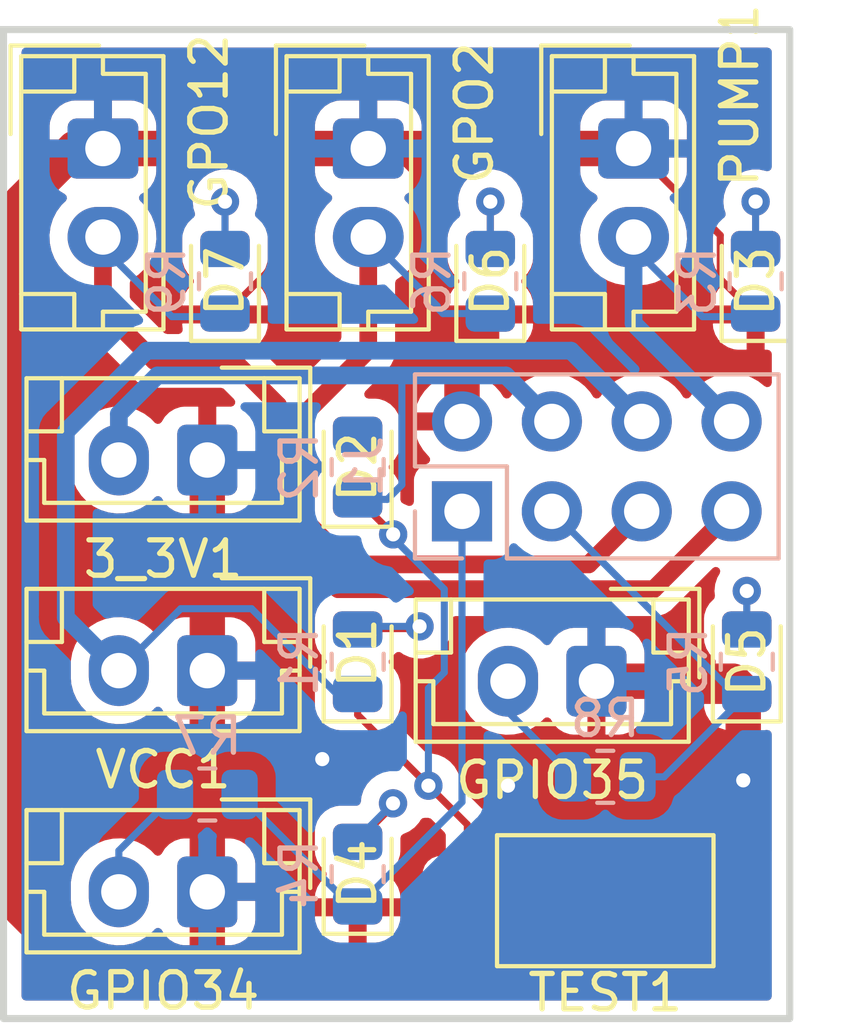
<source format=kicad_pcb>
(kicad_pcb (version 20211014) (generator pcbnew)
  (layers (0 "F.Cu" signal) (31 "B.Cu" signal) (34 "B.Paste" user) (35 "F.Paste" user) (36 "B.SilkS" user "B.Silkscreen") (37 "F.SilkS" user "F.Silkscreen") (38 "B.Mask" user) (39 "F.Mask" user) (44 "Edge.Cuts" user))
  (net 0 "")
  (net 1 "GND")
  (net 2 "3_3V")
  (net 3 "Net-(TEST1-Pad2)")
  (net 4 "Net-(D1-Pad2)")
  (net 5 "Net-(D2-Pad2)")
  (net 6 "Net-(D3-Pad2)")
  (net 7 "Net-(D4-Pad2)")
  (net 8 "Net-(D5-Pad2)")
  (net 9 "Net-(D6-Pad2)")
  (net 10 "Net-(D7-Pad2)")
  (net 11 "Net-(GPIO34-Pad2)")
  (net 12 "Net-(GPIO35-Pad2)")
  (net 13 "GPIO02")
  (net 14 "GPIO12")
  (net 15 "GPIO34")
  (net 16 "GPIO35")
  (net 17 "VCC")
  (net 18 "PUMP_PWR")
  (footprint "Connector_JST:JST_EH_B2B-EH-A_1x02_P2.50mm_Vertical" (layer "F.Cu") (at 81.55 75.75 -90)
    (fp_text reference "GPO12" (at -0.75 -3 90) (layer "F.SilkS"))
    (fp_text value "Conn_01x02_Female" hide)
    (fp_line (start 5.11 2.31) (end 5.11 -1.71) (layer "F.SilkS") (width 0.12))
    (fp_line (start 4.61 -1.21) (end 4.61 0) (layer "F.SilkS") (width 0.12))
    (fp_line (start -2.61 0.81) (end -1.61 0.81) (layer "F.SilkS") (width 0.12))
    (fp_line (start -2.11 0) (end -2.11 -1.21) (layer "F.SilkS") (width 0.12))
    (fp_line (start -2.91 0.11) (end -2.91 2.61) (layer "F.SilkS") (width 0.12))
    (fp_line (start -2.11 -1.21) (end 4.61 -1.21) (layer "F.SilkS") (width 0.12))
    (fp_line (start 5.11 -1.71) (end -2.61 -1.71) (layer "F.SilkS") (width 0.12))
    (fp_line (start -2.91 2.61) (end -0.41 2.61) (layer "F.SilkS") (width 0.12))
    (fp_line (start -2.61 2.31) (end 5.11 2.31) (layer "F.SilkS") (width 0.12))
    (fp_line (start 4.11 0.81) (end 4.11 2.31) (layer "F.SilkS") (width 0.12))
    (fp_line (start 4.61 0) (end 5.11 0) (layer "F.SilkS") (width 0.12))
    (fp_line (start -2.61 -1.71) (end -2.61 2.31) (layer "F.SilkS") (width 0.12))
    (fp_line (start -1.61 0.81) (end -1.61 2.31) (layer "F.SilkS") (width 0.12))
    (fp_line (start 5.11 0.81) (end 4.11 0.81) (layer "F.SilkS") (width 0.12))
    (fp_line (start -2.61 0) (end -2.11 0) (layer "F.SilkS") (width 0.12))
    (pad "1" thru_hole roundrect (at 0 0 270) (size 1.7 2) (drill 1) (layers *.Cu *.Mask) (roundrect_rratio 0.1470588235) (net 1 "GND"))
    (pad "2" thru_hole oval (at 2.5 0 270) (size 1.7 2) (drill 1) (layers *.Cu *.Mask) (net 14 "GPIO12"))
  )
  (footprint "LED_SMD:LED_0805_2012Metric" (layer "F.Cu") (at 85 79.5 90)
    (fp_text reference "D7" (at 0 0 90) (layer "F.SilkS"))
    (fp_text value "GPIO12" hide)
    (fp_line (start -1.685 -0.96) (end -1.685 0.96) (layer "F.SilkS") (width 0.12))
    (fp_line (start 1 -0.96) (end -1.685 -0.96) (layer "F.SilkS") (width 0.12))
    (fp_line (start -1.685 0.96) (end 1 0.96) (layer "F.SilkS") (width 0.12))
    (pad "1" smd roundrect (at -0.9375 0 90) (size 0.975 1.4) (layers "F.Cu" "F.Paste" "F.Mask") (net 1 "GND"))
    (pad "2" smd roundrect (at 0.9375 0 90) (size 0.975 1.4) (layers "F.Cu" "F.Paste" "F.Mask") (net 10 "Net-(D7-Pad2)"))
  )
  (footprint "LED_SMD:LED_0805_2012Metric" (layer "F.Cu") (at 100 79.5 90)
    (fp_text reference "D3" (at 0 0 90) (layer "F.SilkS"))
    (fp_text value "PUMP" hide)
    (fp_line (start -1.685 0.96) (end 1 0.96) (layer "F.SilkS") (width 0.12))
    (fp_line (start 1 -0.96) (end -1.685 -0.96) (layer "F.SilkS") (width 0.12))
    (fp_line (start -1.685 -0.96) (end -1.685 0.96) (layer "F.SilkS") (width 0.12))
    (pad "1" smd roundrect (at -0.9375 0 90) (size 0.975 1.4) (layers "F.Cu" "F.Paste" "F.Mask") (net 1 "GND"))
    (pad "2" smd roundrect (at 0.9375 0 90) (size 0.975 1.4) (layers "F.Cu" "F.Paste" "F.Mask") (net 6 "Net-(D3-Pad2)"))
  )
  (footprint "Connector_JST:JST_EH_B2B-EH-A_1x02_P2.50mm_Vertical" (layer "F.Cu") (at 95.5 90.8 180)
    (fp_text reference "GPIO35" (at 1.25 -2.8) (layer "F.SilkS"))
    (fp_text value "Conn_01x02_Female" hide)
    (fp_line (start -2.91 2.61) (end -0.41 2.61) (layer "F.SilkS") (width 0.12))
    (fp_line (start 5.11 -1.71) (end -2.61 -1.71) (layer "F.SilkS") (width 0.12))
    (fp_line (start -1.61 0.81) (end -1.61 2.31) (layer "F.SilkS") (width 0.12))
    (fp_line (start 5.11 2.31) (end 5.11 -1.71) (layer "F.SilkS") (width 0.12))
    (fp_line (start -2.11 -1.21) (end 4.61 -1.21) (layer "F.SilkS") (width 0.12))
    (fp_line (start -2.61 0) (end -2.11 0) (layer "F.SilkS") (width 0.12))
    (fp_line (start -2.61 2.31) (end 5.11 2.31) (layer "F.SilkS") (width 0.12))
    (fp_line (start 4.61 0) (end 5.11 0) (layer "F.SilkS") (width 0.12))
    (fp_line (start -2.11 0) (end -2.11 -1.21) (layer "F.SilkS") (width 0.12))
    (fp_line (start -2.91 0.11) (end -2.91 2.61) (layer "F.SilkS") (width 0.12))
    (fp_line (start 5.11 0.81) (end 4.11 0.81) (layer "F.SilkS") (width 0.12))
    (fp_line (start -2.61 0.81) (end -1.61 0.81) (layer "F.SilkS") (width 0.12))
    (fp_line (start 4.11 0.81) (end 4.11 2.31) (layer "F.SilkS") (width 0.12))
    (fp_line (start -2.61 -1.71) (end -2.61 2.31) (layer "F.SilkS") (width 0.12))
    (fp_line (start 4.61 -1.21) (end 4.61 0) (layer "F.SilkS") (width 0.12))
    (pad "1" thru_hole roundrect (at 0 0 180) (size 1.7 2) (drill 1) (layers *.Cu *.Mask) (roundrect_rratio 0.1470588235) (net 1 "GND"))
    (pad "2" thru_hole oval (at 2.5 0 180) (size 1.7 2) (drill 1) (layers *.Cu *.Mask) (net 12 "Net-(GPIO35-Pad2)"))
  )
  (footprint "Connector_JST:JST_EH_B2B-EH-A_1x02_P2.50mm_Vertical" (layer "F.Cu") (at 84.5 84.55 180)
    (fp_text reference "3_3V1" (at 1.25 -2.8) (layer "F.SilkS"))
    (fp_text value "Conn_01x02_Female" hide)
    (fp_line (start -2.91 2.61) (end -0.41 2.61) (layer "F.SilkS") (width 0.12))
    (fp_line (start -2.11 -1.21) (end 4.61 -1.21) (layer "F.SilkS") (width 0.12))
    (fp_line (start 4.61 0) (end 5.11 0) (layer "F.SilkS") (width 0.12))
    (fp_line (start 5.11 2.31) (end 5.11 -1.71) (layer "F.SilkS") (width 0.12))
    (fp_line (start -2.61 2.31) (end 5.11 2.31) (layer "F.SilkS") (width 0.12))
    (fp_line (start -2.61 0.81) (end -1.61 0.81) (layer "F.SilkS") (width 0.12))
    (fp_line (start -2.11 0) (end -2.11 -1.21) (layer "F.SilkS") (width 0.12))
    (fp_line (start -2.61 0) (end -2.11 0) (layer "F.SilkS") (width 0.12))
    (fp_line (start 5.11 -1.71) (end -2.61 -1.71) (layer "F.SilkS") (width 0.12))
    (fp_line (start -1.61 0.81) (end -1.61 2.31) (layer "F.SilkS") (width 0.12))
    (fp_line (start -2.61 -1.71) (end -2.61 2.31) (layer "F.SilkS") (width 0.12))
    (fp_line (start 5.11 0.81) (end 4.11 0.81) (layer "F.SilkS") (width 0.12))
    (fp_line (start 4.61 -1.21) (end 4.61 0) (layer "F.SilkS") (width 0.12))
    (fp_line (start -2.91 0.11) (end -2.91 2.61) (layer "F.SilkS") (width 0.12))
    (fp_line (start 4.11 0.81) (end 4.11 2.31) (layer "F.SilkS") (width 0.12))
    (pad "1" thru_hole roundrect (at 0 0 180) (size 1.7 2) (drill 1) (layers *.Cu *.Mask) (roundrect_rratio 0.1470588235) (net 1 "GND"))
    (pad "2" thru_hole oval (at 2.5 0 180) (size 1.7 2) (drill 1) (layers *.Cu *.Mask) (net 2 "3_3V"))
  )
  (footprint "LED_SMD:LED_0805_2012Metric" (layer "F.Cu") (at 92.5 79.5 90)
    (fp_text reference "D6" (at 0 0 90) (layer "F.SilkS"))
    (fp_text value "GPIO02")
    (fp_line (start 1 -0.96) (end -1.685 -0.96) (layer "F.SilkS") (width 0.12))
    (fp_line (start -1.685 0.96) (end 1 0.96) (layer "F.SilkS") (width 0.12))
    (fp_line (start -1.685 -0.96) (end -1.685 0.96) (layer "F.SilkS") (width 0.12))
    (pad "1" smd roundrect (at -0.9375 0 90) (size 0.975 1.4) (layers "F.Cu" "F.Paste" "F.Mask") (net 1 "GND"))
    (pad "2" smd roundrect (at 0.9375 0 90) (size 0.975 1.4) (layers "F.Cu" "F.Paste" "F.Mask") (net 9 "Net-(D6-Pad2)"))
  )
  (footprint "LED_SMD:LED_0805_2012Metric" (layer "F.Cu") (at 99.75 90.25 90)
    (fp_text reference "D5" (at 0 0 90) (layer "F.SilkS"))
    (fp_text value "GPIO35" hide)
    (fp_line (start -1.685 -0.96) (end -1.685 0.96) (layer "F.SilkS") (width 0.12))
    (fp_line (start 1 -0.96) (end -1.685 -0.96) (layer "F.SilkS") (width 0.12))
    (fp_line (start -1.685 0.96) (end 1 0.96) (layer "F.SilkS") (width 0.12))
    (pad "1" smd roundrect (at -0.9375 0 90) (size 0.975 1.4) (layers "F.Cu" "F.Paste" "F.Mask") (net 1 "GND"))
    (pad "2" smd roundrect (at 0.9375 0 90) (size 0.975 1.4) (layers "F.Cu" "F.Paste" "F.Mask") (net 8 "Net-(D5-Pad2)"))
  )
  (footprint "Connector_JST:JST_EH_B2B-EH-A_1x02_P2.50mm_Vertical" (layer "F.Cu") (at 96.55 75.75 -90)
    (fp_text reference "PUMP1" (at -1.5 -3 90) (layer "F.SilkS"))
    (fp_text value "Conn_01x02_Female" hide)
    (fp_line (start -2.61 0) (end -2.11 0) (layer "F.SilkS") (width 0.12))
    (fp_line (start 4.61 -1.21) (end 4.61 0) (layer "F.SilkS") (width 0.12))
    (fp_line (start -1.61 0.81) (end -1.61 2.31) (layer "F.SilkS") (width 0.12))
    (fp_line (start -2.11 -1.21) (end 4.61 -1.21) (layer "F.SilkS") (width 0.12))
    (fp_line (start 5.11 -1.71) (end -2.61 -1.71) (layer "F.SilkS") (width 0.12))
    (fp_line (start 4.61 0) (end 5.11 0) (layer "F.SilkS") (width 0.12))
    (fp_line (start -2.91 0.11) (end -2.91 2.61) (layer "F.SilkS") (width 0.12))
    (fp_line (start -2.61 -1.71) (end -2.61 2.31) (layer "F.SilkS") (width 0.12))
    (fp_line (start -2.91 2.61) (end -0.41 2.61) (layer "F.SilkS") (width 0.12))
    (fp_line (start -2.61 0.81) (end -1.61 0.81) (layer "F.SilkS") (width 0.12))
    (fp_line (start -2.61 2.31) (end 5.11 2.31) (layer "F.SilkS") (width 0.12))
    (fp_line (start 4.11 0.81) (end 4.11 2.31) (layer "F.SilkS") (width 0.12))
    (fp_line (start 5.11 2.31) (end 5.11 -1.71) (layer "F.SilkS") (width 0.12))
    (fp_line (start 5.11 0.81) (end 4.11 0.81) (layer "F.SilkS") (width 0.12))
    (fp_line (start -2.11 0) (end -2.11 -1.21) (layer "F.SilkS") (width 0.12))
    (pad "1" thru_hole roundrect (at 0 0 270) (size 1.7 2) (drill 1) (layers *.Cu *.Mask) (roundrect_rratio 0.1470588235) (net 1 "GND"))
    (pad "2" thru_hole oval (at 2.5 0 270) (size 1.7 2) (drill 1) (layers *.Cu *.Mask) (net 18 "PUMP_PWR"))
  )
  (footprint "Connector_JST:JST_EH_B2B-EH-A_1x02_P2.50mm_Vertical" (layer "F.Cu") (at 89.05 75.75 -90)
    (fp_text reference "GPO2" (at -1 -3 90) (layer "F.SilkS"))
    (fp_text value "Conn_01x02_Female" hide)
    (fp_line (start -2.11 0) (end -2.11 -1.21) (layer "F.SilkS") (width 0.12))
    (fp_line (start -1.61 0.81) (end -1.61 2.31) (layer "F.SilkS") (width 0.12))
    (fp_line (start 5.11 2.31) (end 5.11 -1.71) (layer "F.SilkS") (width 0.12))
    (fp_line (start 4.61 0) (end 5.11 0) (layer "F.SilkS") (width 0.12))
    (fp_line (start -2.61 0) (end -2.11 0) (layer "F.SilkS") (width 0.12))
    (fp_line (start 5.11 0.81) (end 4.11 0.81) (layer "F.SilkS") (width 0.12))
    (fp_line (start -2.11 -1.21) (end 4.61 -1.21) (layer "F.SilkS") (width 0.12))
    (fp_line (start 5.11 -1.71) (end -2.61 -1.71) (layer "F.SilkS") (width 0.12))
    (fp_line (start -2.61 2.31) (end 5.11 2.31) (layer "F.SilkS") (width 0.12))
    (fp_line (start 4.61 -1.21) (end 4.61 0) (layer "F.SilkS") (width 0.12))
    (fp_line (start -2.91 2.61) (end -0.41 2.61) (layer "F.SilkS") (width 0.12))
    (fp_line (start -2.61 0.81) (end -1.61 0.81) (layer "F.SilkS") (width 0.12))
    (fp_line (start -2.61 -1.71) (end -2.61 2.31) (layer "F.SilkS") (width 0.12))
    (fp_line (start -2.91 0.11) (end -2.91 2.61) (layer "F.SilkS") (width 0.12))
    (fp_line (start 4.11 0.81) (end 4.11 2.31) (layer "F.SilkS") (width 0.12))
    (pad "1" thru_hole roundrect (at 0 0 270) (size 1.7 2) (drill 1) (layers *.Cu *.Mask) (roundrect_rratio 0.1470588235) (net 1 "GND"))
    (pad "2" thru_hole oval (at 2.5 0 270) (size 1.7 2) (drill 1) (layers *.Cu *.Mask) (net 13 "GPIO02"))
  )
  (footprint "LED_SMD:LED_0805_2012Metric" (layer "F.Cu") (at 88.75 90.25 90)
    (fp_text reference "D1" (at 0.25 0 90) (layer "F.SilkS"))
    (fp_text value "VCC" hide)
    (fp_line (start 1 -0.96) (end -1.685 -0.96) (layer "F.SilkS") (width 0.12))
    (fp_line (start -1.685 0.96) (end 1 0.96) (layer "F.SilkS") (width 0.12))
    (fp_line (start -1.685 -0.96) (end -1.685 0.96) (layer "F.SilkS") (width 0.12))
    (pad "1" smd roundrect (at -0.9375 0 90) (size 0.975 1.4) (layers "F.Cu" "F.Paste" "F.Mask") (net 3 "Net-(TEST1-Pad2)"))
    (pad "2" smd roundrect (at 0.9375 0 90) (size 0.975 1.4) (layers "F.Cu" "F.Paste" "F.Mask") (net 4 "Net-(D1-Pad2)"))
  )
  (footprint "LED_SMD:LED_0805_2012Metric" (layer "F.Cu") (at 88.75 96.25 90)
    (fp_text reference "D4" (at 0 0 90) (layer "F.SilkS"))
    (fp_text value "GPIO34" hide)
    (fp_line (start -1.685 -0.96) (end -1.685 0.96) (layer "F.SilkS") (width 0.12))
    (fp_line (start 1 -0.96) (end -1.685 -0.96) (layer "F.SilkS") (width 0.12))
    (fp_line (start -1.685 0.96) (end 1 0.96) (layer "F.SilkS") (width 0.12))
    (pad "1" smd roundrect (at -0.9375 0 90) (size 0.975 1.4) (layers "F.Cu" "F.Paste" "F.Mask") (net 1 "GND"))
    (pad "2" smd roundrect (at 0.9375 0 90) (size 0.975 1.4) (layers "F.Cu" "F.Paste" "F.Mask") (net 7 "Net-(D4-Pad2)"))
  )
  (footprint "Button_Switch_SMD:SW_SPST_CK_RS282G05A3" (layer "F.Cu") (at 95.75 97 180)
    (fp_text reference "TEST1" (at 0 -2.6) (layer "F.SilkS"))
    (fp_text value "SW_Push" hide)
    (fp_line (start 3.06 -1.85) (end 3.06 1.85) (layer "F.SilkS") (width 0.12))
    (fp_line (start -3.06 -1.85) (end 3.06 -1.85) (layer "F.SilkS") (width 0.12))
    (fp_line (start -3.06 1.85) (end -3.06 -1.85) (layer "F.SilkS") (width 0.12))
    (fp_line (start 3.06 1.85) (end -3.06 1.85) (layer "F.SilkS") (width 0.12))
    (pad "1" smd rect (at -3.9 0 180) (size 1.5 1.5) (layers "F.Cu" "F.Paste" "F.Mask") (net 1 "GND"))
    (pad "2" smd rect (at 3.9 0 180) (size 1.5 1.5) (layers "F.Cu" "F.Paste" "F.Mask") (net 3 "Net-(TEST1-Pad2)"))
  )
  (footprint "LED_SMD:LED_0805_2012Metric" (layer "F.Cu") (at 88.75 84.75 90)
    (fp_text reference "D2" (at 0 0 90) (layer "F.SilkS"))
    (fp_text value "3_3V" hide)
    (fp_line (start -1.685 -0.96) (end -1.685 0.96) (layer "F.SilkS") (width 0.12))
    (fp_line (start 1 -0.96) (end -1.685 -0.96) (layer "F.SilkS") (width 0.12))
    (fp_line (start -1.685 0.96) (end 1 0.96) (layer "F.SilkS") (width 0.12))
    (pad "1" smd roundrect (at -0.9375 0 90) (size 0.975 1.4) (layers "F.Cu" "F.Paste" "F.Mask") (net 3 "Net-(TEST1-Pad2)"))
    (pad "2" smd roundrect (at 0.9375 0 90) (size 0.975 1.4) (layers "F.Cu" "F.Paste" "F.Mask") (net 5 "Net-(D2-Pad2)"))
  )
  (footprint "Connector_JST:JST_EH_B2B-EH-A_1x02_P2.50mm_Vertical" (layer "F.Cu") (at 84.5 96.75 180)
    (fp_text reference "GPIO34" (at 1.25 -2.8) (layer "F.SilkS"))
    (fp_text value "Conn_01x02_Female" hide)
    (fp_line (start -2.91 0.11) (end -2.91 2.61) (layer "F.SilkS") (width 0.12))
    (fp_line (start -2.61 0) (end -2.11 0) (layer "F.SilkS") (width 0.12))
    (fp_line (start 4.61 0) (end 5.11 0) (layer "F.SilkS") (width 0.12))
    (fp_line (start -2.11 -1.21) (end 4.61 -1.21) (layer "F.SilkS") (width 0.12))
    (fp_line (start -2.61 -1.71) (end -2.61 2.31) (layer "F.SilkS") (width 0.12))
    (fp_line (start 4.61 -1.21) (end 4.61 0) (layer "F.SilkS") (width 0.12))
    (fp_line (start 5.11 2.31) (end 5.11 -1.71) (layer "F.SilkS") (width 0.12))
    (fp_line (start 4.11 0.81) (end 4.11 2.31) (layer "F.SilkS") (width 0.12))
    (fp_line (start 5.11 -1.71) (end -2.61 -1.71) (layer "F.SilkS") (width 0.12))
    (fp_line (start -2.61 2.31) (end 5.11 2.31) (layer "F.SilkS") (width 0.12))
    (fp_line (start -2.91 2.61) (end -0.41 2.61) (layer "F.SilkS") (width 0.12))
    (fp_line (start 5.11 0.81) (end 4.11 0.81) (layer "F.SilkS") (width 0.12))
    (fp_line (start -2.61 0.81) (end -1.61 0.81) (layer "F.SilkS") (width 0.12))
    (fp_line (start -1.61 0.81) (end -1.61 2.31) (layer "F.SilkS") (width 0.12))
    (fp_line (start -2.11 0) (end -2.11 -1.21) (layer "F.SilkS") (width 0.12))
    (pad "1" thru_hole roundrect (at 0 0 180) (size 1.7 2) (drill 1) (layers *.Cu *.Mask) (roundrect_rratio 0.1470588235) (net 1 "GND"))
    (pad "2" thru_hole oval (at 2.5 0 180) (size 1.7 2) (drill 1) (layers *.Cu *.Mask) (net 11 "Net-(GPIO34-Pad2)"))
  )
  (footprint "Connector_JST:JST_EH_B2B-EH-A_1x02_P2.50mm_Vertical" (layer "F.Cu") (at 84.5 90.5 180)
    (fp_text reference "VCC1" (at 1.25 -2.8) (layer "F.SilkS"))
    (fp_text value "Conn_01x02_Female" hide)
    (fp_line (start -1.61 0.81) (end -1.61 2.31) (layer "F.SilkS") (width 0.12))
    (fp_line (start -2.91 2.61) (end -0.41 2.61) (layer "F.SilkS") (width 0.12))
    (fp_line (start 5.11 0.81) (end 4.11 0.81) (layer "F.SilkS") (width 0.12))
    (fp_line (start -2.11 -1.21) (end 4.61 -1.21) (layer "F.SilkS") (width 0.12))
    (fp_line (start -2.61 0.81) (end -1.61 0.81) (layer "F.SilkS") (width 0.12))
    (fp_line (start 4.61 -1.21) (end 4.61 0) (layer "F.SilkS") (width 0.12))
    (fp_line (start 4.61 0) (end 5.11 0) (layer "F.SilkS") (width 0.12))
    (fp_line (start 5.11 2.31) (end 5.11 -1.71) (layer "F.SilkS") (width 0.12))
    (fp_line (start -2.61 2.31) (end 5.11 2.31) (layer "F.SilkS") (width 0.12))
    (fp_line (start 4.11 0.81) (end 4.11 2.31) (layer "F.SilkS") (width 0.12))
    (fp_line (start -2.91 0.11) (end -2.91 2.61) (layer "F.SilkS") (width 0.12))
    (fp_line (start -2.61 -1.71) (end -2.61 2.31) (layer "F.SilkS") (width 0.12))
    (fp_line (start -2.61 0) (end -2.11 0) (layer "F.SilkS") (width 0.12))
    (fp_line (start 5.11 -1.71) (end -2.61 -1.71) (layer "F.SilkS") (width 0.12))
    (fp_line (start -2.11 0) (end -2.11 -1.21) (layer "F.SilkS") (width 0.12))
    (pad "1" thru_hole roundrect (at 0 0 180) (size 1.7 2) (drill 1) (layers *.Cu *.Mask) (roundrect_rratio 0.1470588235) (net 1 "GND"))
    (pad "2" thru_hole oval (at 2.5 0 180) (size 1.7 2) (drill 1) (layers *.Cu *.Mask) (net 17 "VCC"))
  )
  (footprint "Resistor_SMD:R_0805_2012Metric" (layer "B.Cu") (at 95.75 93.5 180)
    (fp_text reference "R8" (at 0 1.65) (layer "B.SilkS") (effects (justify mirror)))
    (fp_text value "1k")
    (fp_line (start -0.227064 -0.735) (end 0.227064 -0.735) (layer "B.SilkS") (width 0.12))
    (fp_line (start -0.227064 0.735) (end 0.227064 0.735) (layer "B.SilkS") (width 0.12))
    (pad "1" smd roundrect (at -0.9125 0 180) (size 1.025 1.4) (layers "B.Cu" "B.Paste" "B.Mask") (roundrect_rratio 0.243902439) (net 16 "GPIO35"))
    (pad "2" smd roundrect (at 0.9125 0 180) (size 1.025 1.4) (layers "B.Cu" "B.Paste" "B.Mask") (roundrect_rratio 0.243902439) (net 12 "Net-(GPIO35-Pad2)"))
  )
  (footprint "Connector_PinSocket_2.54mm:PinSocket_2x04_P2.54mm_Vertical" (layer "B.Cu") (at 91.7 86 -90)
    (fp_text reference "J1" (at -1.27 2.77 90) (layer "B.SilkS") (effects (justify mirror)))
    (fp_text value "Conn_02x04_Counter_Clockwise")
    (fp_line (start 1.33 1.33) (end 1.33 0) (layer "B.SilkS") (width 0.12))
    (fp_line (start -3.87 1.33) (end -1.27 1.33) (layer "B.SilkS") (width 0.12))
    (fp_line (start -3.87 -8.95) (end 1.33 -8.95) (layer "B.SilkS") (width 0.12))
    (fp_line (start -1.27 1.33) (end -1.27 -1.27) (layer "B.SilkS") (width 0.12))
    (fp_line (start 0 1.33) (end 1.33 1.33) (layer "B.SilkS") (width 0.12))
    (fp_line (start 1.33 -1.27) (end 1.33 -8.95) (layer "B.SilkS") (width 0.12))
    (fp_line (start -1.27 -1.27) (end 1.33 -1.27) (layer "B.SilkS") (width 0.12))
    (fp_line (start -3.87 1.33) (end -3.87 -8.95) (layer "B.SilkS") (width 0.12))
    (pad "1" thru_hole rect (at 0 0 270) (size 1.7 1.7) (drill 1) (layers *.Cu *.Mask) (net 15 "GPIO34"))
    (pad "2" thru_hole oval (at -2.54 0 270) (size 1.7 1.7) (drill 1) (layers *.Cu *.Mask) (net 1 "GND"))
    (pad "3" thru_hole oval (at 0 -2.54 270) (size 1.7 1.7) (drill 1) (layers *.Cu *.Mask) (net 16 "GPIO35"))
    (pad "4" thru_hole oval (at -2.54 -2.54 270) (size 1.7 1.7) (drill 1) (layers *.Cu *.Mask) (net 2 "3_3V"))
    (pad "5" thru_hole oval (at 0 -5.08 270) (size 1.7 1.7) (drill 1) (layers *.Cu *.Mask) (net 13 "GPIO02"))
    (pad "6" thru_hole oval (at -2.54 -5.08 270) (size 1.7 1.7) (drill 1) (layers *.Cu *.Mask) (net 17 "VCC"))
    (pad "7" thru_hole oval (at 0 -7.62 270) (size 1.7 1.7) (drill 1) (layers *.Cu *.Mask) (net 14 "GPIO12"))
    (pad "8" thru_hole oval (at -2.54 -7.62 270) (size 1.7 1.7) (drill 1) (layers *.Cu *.Mask) (net 18 "PUMP_PWR"))
  )
  (footprint "Resistor_SMD:R_0805_2012Metric" (layer "B.Cu") (at 88.75 96.25 -90)
    (fp_text reference "R4" (at 0 1.65 90) (layer "B.SilkS") (effects (justify mirror)))
    (fp_text value "1k")
    (fp_line (start -0.227064 -0.735) (end 0.227064 -0.735) (layer "B.SilkS") (width 0.12))
    (fp_line (start -0.227064 0.735) (end 0.227064 0.735) (layer "B.SilkS") (width 0.12))
    (pad "1" smd roundrect (at -0.9125 0 270) (size 1.025 1.4) (layers "B.Cu" "B.Paste" "B.Mask") (roundrect_rratio 0.243902439) (net 7 "Net-(D4-Pad2)"))
    (pad "2" smd roundrect (at 0.9125 0 270) (size 1.025 1.4) (layers "B.Cu" "B.Paste" "B.Mask") (roundrect_rratio 0.243902439) (net 15 "GPIO34"))
  )
  (footprint "Resistor_SMD:R_0805_2012Metric" (layer "B.Cu") (at 85 79.5 -90)
    (fp_text reference "R9" (at 0 1.65 90) (layer "B.SilkS") (effects (justify mirror)))
    (fp_text value "1k")
    (fp_line (start -0.227064 -0.735) (end 0.227064 -0.735) (layer "B.SilkS") (width 0.12))
    (fp_line (start -0.227064 0.735) (end 0.227064 0.735) (layer "B.SilkS") (width 0.12))
    (pad "1" smd roundrect (at -0.9125 0 270) (size 1.025 1.4) (layers "B.Cu" "B.Paste" "B.Mask") (roundrect_rratio 0.243902439) (net 10 "Net-(D7-Pad2)"))
    (pad "2" smd roundrect (at 0.9125 0 270) (size 1.025 1.4) (layers "B.Cu" "B.Paste" "B.Mask") (roundrect_rratio 0.243902439) (net 14 "GPIO12"))
  )
  (footprint "Resistor_SMD:R_0805_2012Metric" (layer "B.Cu") (at 84.5 94 180)
    (fp_text reference "R7" (at 0 1.65) (layer "B.SilkS") (effects (justify mirror)))
    (fp_text value "1k")
    (fp_line (start -0.227064 -0.735) (end 0.227064 -0.735) (layer "B.SilkS") (width 0.12))
    (fp_line (start -0.227064 0.735) (end 0.227064 0.735) (layer "B.SilkS") (width 0.12))
    (pad "1" smd roundrect (at -0.9125 0 180) (size 1.025 1.4) (layers "B.Cu" "B.Paste" "B.Mask") (roundrect_rratio 0.243902439) (net 15 "GPIO34"))
    (pad "2" smd roundrect (at 0.9125 0 180) (size 1.025 1.4) (layers "B.Cu" "B.Paste" "B.Mask") (roundrect_rratio 0.243902439) (net 11 "Net-(GPIO34-Pad2)"))
  )
  (footprint "Resistor_SMD:R_0805_2012Metric" (layer "B.Cu") (at 100 79.5 -90)
    (fp_text reference "R3" (at 0 1.65 90) (layer "B.SilkS") (effects (justify mirror)))
    (fp_text value "1k")
    (fp_line (start -0.227064 -0.735) (end 0.227064 -0.735) (layer "B.SilkS") (width 0.12))
    (fp_line (start -0.227064 0.735) (end 0.227064 0.735) (layer "B.SilkS") (width 0.12))
    (pad "1" smd roundrect (at -0.9125 0 270) (size 1.025 1.4) (layers "B.Cu" "B.Paste" "B.Mask") (roundrect_rratio 0.243902439) (net 6 "Net-(D3-Pad2)"))
    (pad "2" smd roundrect (at 0.9125 0 270) (size 1.025 1.4) (layers "B.Cu" "B.Paste" "B.Mask") (roundrect_rratio 0.243902439) (net 18 "PUMP_PWR"))
  )
  (footprint "Resistor_SMD:R_0805_2012Metric" (layer "B.Cu") (at 88.75 84.75 -90)
    (fp_text reference "R2" (at 0 1.65 90) (layer "B.SilkS") (effects (justify mirror)))
    (fp_text value "1k")
    (fp_line (start -0.227064 -0.735) (end 0.227064 -0.735) (layer "B.SilkS") (width 0.12))
    (fp_line (start -0.227064 0.735) (end 0.227064 0.735) (layer "B.SilkS") (width 0.12))
    (pad "1" smd roundrect (at -0.9125 0 270) (size 1.025 1.4) (layers "B.Cu" "B.Paste" "B.Mask") (roundrect_rratio 0.243902439) (net 5 "Net-(D2-Pad2)"))
    (pad "2" smd roundrect (at 0.9125 0 270) (size 1.025 1.4) (layers "B.Cu" "B.Paste" "B.Mask") (roundrect_rratio 0.243902439) (net 2 "3_3V"))
  )
  (footprint "Resistor_SMD:R_0805_2012Metric" (layer "B.Cu") (at 88.75 90.25 -90)
    (fp_text reference "R1" (at 0 1.65 90) (layer "B.SilkS") (effects (justify mirror)))
    (fp_text value "1k")
    (fp_line (start -0.227064 -0.735) (end 0.227064 -0.735) (layer "B.SilkS") (width 0.12))
    (fp_line (start -0.227064 0.735) (end 0.227064 0.735) (layer "B.SilkS") (width 0.12))
    (pad "1" smd roundrect (at -0.9125 0 270) (size 1.025 1.4) (layers "B.Cu" "B.Paste" "B.Mask") (roundrect_rratio 0.243902439) (net 4 "Net-(D1-Pad2)"))
    (pad "2" smd roundrect (at 0.9125 0 270) (size 1.025 1.4) (layers "B.Cu" "B.Paste" "B.Mask") (roundrect_rratio 0.243902439) (net 17 "VCC"))
  )
  (footprint "Resistor_SMD:R_0805_2012Metric" (layer "B.Cu") (at 92.5 79.5 -90)
    (fp_text reference "R6" (at 0 1.65 90) (layer "B.SilkS") (effects (justify mirror)))
    (fp_text value "1k")
    (fp_line (start -0.227064 0.735) (end 0.227064 0.735) (layer "B.SilkS") (width 0.12))
    (fp_line (start -0.227064 -0.735) (end 0.227064 -0.735) (layer "B.SilkS") (width 0.12))
    (pad "1" smd roundrect (at -0.9125 0 270) (size 1.025 1.4) (layers "B.Cu" "B.Paste" "B.Mask") (roundrect_rratio 0.243902439) (net 9 "Net-(D6-Pad2)"))
    (pad "2" smd roundrect (at 0.9125 0 270) (size 1.025 1.4) (layers "B.Cu" "B.Paste" "B.Mask") (roundrect_rratio 0.243902439) (net 13 "GPIO02"))
  )
  (footprint "Resistor_SMD:R_0805_2012Metric" (layer "B.Cu") (at 99.75 90.25 -90)
    (fp_text reference "R5" (at 0 1.65 90) (layer "B.SilkS") (effects (justify mirror)))
    (fp_text value "1k")
    (fp_line (start -0.227064 -0.735) (end 0.227064 -0.735) (layer "B.SilkS") (width 0.12))
    (fp_line (start -0.227064 0.735) (end 0.227064 0.735) (layer "B.SilkS") (width 0.12))
    (pad "1" smd roundrect (at -0.9125 0 270) (size 1.025 1.4) (layers "B.Cu" "B.Paste" "B.Mask") (roundrect_rratio 0.243902439) (net 8 "Net-(D5-Pad2)"))
    (pad "2" smd roundrect (at 0.9125 0 270) (size 1.025 1.4) (layers "B.Cu" "B.Paste" "B.Mask") (roundrect_rratio 0.243902439) (net 16 "GPIO35"))
  )
  (gr_rect (start 78.74 72.39) (end 100.965 100.33) (layer "Edge.Cuts") (width 0.2) (fill none))
  (segment (start 99.65 97.6) (end 99.65 97) (width 1) (layer "F.Cu") (net 1))
  (segment (start 99.00048 78.20048) (end 99.00048 79.43798) (width 0.2) (layer "F.Cu") (net 1))
  (segment (start 99.65 91.2875) (end 99.75 91.1875) (width 1) (layer "F.Cu") (net 1))
  (segment (start 87 75.75) (end 90.25 75.75) (width 1) (layer "F.Cu") (net 1))
  (segment (start 81.55 75.75) (end 80.75 75.75) (width 1) (layer "F.Cu") (net 1))
  (segment (start 88.75 99.25) (end 98 99.25) (width 1) (layer "F.Cu") (net 1))
  (segment (start 90.74952 76.24952) (end 90.74952 80.28702) (width 1) (layer "F.Cu") (net 1))
  (segment (start 90.25 75.75) (end 96.55 75.75) (width 1) (layer "F.Cu") (net 1))
  (segment (start 88.75 97.4375) (end 88.75 99.25) (width 0.2) (layer "F.Cu") (net 1))
  (segment (start 85 80.4375) (end 87 78.4375) (width 0.2) (layer "F.Cu") (net 1))
  (segment (start 84.5 85) (end 84.5 99.25) (width 1) (layer "F.Cu") (net 1))
  (segment (start 98 99.25) (end 99.65 97.6) (width 1) (layer "F.Cu") (net 1))
  (segment (start 79.25 97.25) (end 81.25 99.25) (width 1) (layer "F.Cu") (net 1))
  (segment (start 81.25 99.25) (end 84.5 99.25) (width 1) (layer "F.Cu") (net 1))
  (segment (start 95.5 90.8) (end 99.3625 90.8) (width 1) (layer "F.Cu") (net 1))
  (segment (start 87 78.4375) (end 87 75.75) (width 0.2) (layer "F.Cu") (net 1))
  (segment (start 91.7 81.2375) (end 92.5 80.4375) (width 1) (layer "F.Cu") (net 1))
  (segment (start 99.3625 90.8) (end 99.75 91.1875) (width 1) (layer "F.Cu") (net 1))
  (segment (start 96.55 75.75) (end 99.00048 78.20048) (width 0.2) (layer "F.Cu") (net 1))
  (segment (start 81.75 75.75) (end 87 75.75) (width 1) (layer "F.Cu") (net 1))
  (segment (start 80.75 75.75) (end 79.25 77.25) (width 1) (layer "F.Cu") (net 1))
  (segment (start 99.00048 79.43798) (end 100 80.4375) (width 0.2) (layer "F.Cu") (net 1))
  (segment (start 90.25 75.75) (end 90.74952 76.24952) (width 1) (layer "F.Cu") (net 1))
  (segment (start 99.65 97) (end 99.65 93.6) (width 1) (layer "F.Cu") (net 1))
  (segment (start 79.25 77.25) (end 79.25 97.25) (width 1) (layer "F.Cu") (net 1))
  (segment (start 84.5 99.25) (end 88.75 99.25) (width 1) (layer "F.Cu") (net 1))
  (segment (start 91.7 83.46) (end 91.7 81.2375) (width 1) (layer "F.Cu") (net 1))
  (segment (start 99.65 93.6) (end 99.65 91.2875) (width 1) (layer "F.Cu") (net 1))
  (segment (start 90.74952 80.28702) (end 91.7 81.2375) (width 1) (layer "F.Cu") (net 1))
  (via (at 93 93.75) (size 0.8) (drill 0.4) (layers "F.Cu" "B.Cu") (net 1))
  (via (at 99.65 93.6) (size 0.8) (drill 0.4) (layers "F.Cu" "B.Cu") (net 1))
  (via (at 87.75 93) (size 0.8) (drill 0.4) (layers "F.Cu" "B.Cu") (net 1))
  (segment (start 90 82.25) (end 89.910489 82.160489) (width 0.2) (layer "B.Cu") (net 2))
  (segment (start 82 83.25) (end 82 84.55) (width 0.5) (layer "B.Cu") (net 2))
  (segment (start 90 85.25) (end 90 82.25) (width 0.2) (layer "B.Cu") (net 2))
  (segment (start 94.24 83.46) (end 92.940489 82.160489) (width 0.5) (layer "B.Cu") (net 2))
  (segment (start 89.910489 82.160489) (end 83.089511 82.160489) (width 0.5) (layer "B.Cu") (net 2))
  (segment (start 92.940489 82.160489) (end 89.910489 82.160489) (width 0.5) (layer "B.Cu") (net 2))
  (segment (start 88.75 85.6625) (end 89.5875 85.6625) (width 0.2) (layer "B.Cu") (net 2))
  (segment (start 89.5875 85.6625) (end 90 85.25) (width 0.2) (layer "B.Cu") (net 2))
  (segment (start 83.089511 82.160489) (end 82 83.25) (width 0.5) (layer "B.Cu") (net 2))
  (segment (start 88.791107 85.6875) (end 89.754107 86.6505) (width 0.2) (layer "F.Cu") (net 3))
  (segment (start 91.85 95.4) (end 91.85 97) (width 0.2) (layer "F.Cu") (net 3))
  (segment (start 88.75 85.6875) (end 88.791107 85.6875) (width 0.2) (layer "F.Cu") (net 3))
  (segment (start 91.85 94.85) (end 91.85 95.4) (width 0.2) (layer "F.Cu") (net 3))
  (segment (start 88.75 91.1875) (end 88.75 91.75) (width 0.2) (layer "F.Cu") (net 3))
  (segment (start 88.75 91.75) (end 90.75 93.75) (width 0.2) (layer "F.Cu") (net 3))
  (segment (start 90.75 93.75) (end 91.85 94.85) (width 0.2) (layer "F.Cu") (net 3))
  (via (at 90.75 93.75) (size 0.8) (drill 0.4) (layers "F.Cu" "B.Cu") (net 3))
  (via (at 89.754107 86.6505) (size 0.8) (drill 0.4) (layers "F.Cu" "B.Cu") (net 3))
  (segment (start 89.754107 86.754107) (end 91.199511 88.199511) (width 0.2) (layer "B.Cu") (net 3))
  (segment (start 90.75 91) (end 90.75 93.75) (width 0.2) (layer "B.Cu") (net 3))
  (segment (start 91.199511 88.199511) (end 91.199511 90.550489) (width 0.2) (layer "B.Cu") (net 3))
  (segment (start 89.754107 86.6505) (end 89.754107 86.754107) (width 0.2) (layer "B.Cu") (net 3))
  (segment (start 91.199511 90.550489) (end 90.75 91) (width 0.2) (layer "B.Cu") (net 3))
  (segment (start 88.75 89.3125) (end 90.4375 89.3125) (width 0.2) (layer "F.Cu") (net 4))
  (segment (start 90.4375 89.3125) (end 90.5 89.25) (width 0.2) (layer "F.Cu") (net 4))
  (via (at 90.5 89.25) (size 0.8) (drill 0.4) (layers "F.Cu" "B.Cu") (net 4))
  (segment (start 88.8375 89.25) (end 88.75 89.3375) (width 0.2) (layer "B.Cu") (net 4))
  (segment (start 90.5 89.25) (end 88.8375 89.25) (width 0.2) (layer "B.Cu") (net 4))
  (segment (start 100 78.5625) (end 100 77.25) (width 0.2) (layer "F.Cu") (net 6))
  (via (at 100 77.25) (size 0.8) (drill 0.4) (layers "F.Cu" "B.Cu") (net 6))
  (segment (start 100 77.25) (end 100 78.5875) (width 0.2) (layer "B.Cu") (net 6))
  (segment (start 89.75 94.3125) (end 88.75 95.3125) (width 0.2) (layer "F.Cu") (net 7))
  (segment (start 89.75 94.25) (end 89.75 94.3125) (width 0.2) (layer "F.Cu") (net 7))
  (via (at 89.75 94.25) (size 0.8) (drill 0.4) (layers "F.Cu" "B.Cu") (net 7))
  (segment (start 88.75 95.3375) (end 88.75 95.25) (width 0.2) (layer "B.Cu") (net 7))
  (segment (start 88.75 95.25) (end 89.75 94.25) (width 0.2) (layer "B.Cu") (net 7))
  (segment (start 99.75 88.25) (end 99.75 89.3125) (width 0.2) (layer "F.Cu") (net 8))
  (via (at 99.75 88.25) (size 0.8) (drill 0.4) (layers "F.Cu" "B.Cu") (net 8))
  (segment (start 99.75 89.3375) (end 99.75 88.25) (width 0.2) (layer "B.Cu") (net 8))
  (segment (start 92.5 77.25) (end 92.5 78.5625) (width 0.2) (layer "F.Cu") (net 9))
  (via (at 92.5 77.25) (size 0.8) (drill 0.4) (layers "F.Cu" "B.Cu") (net 9))
  (segment (start 92.5 78.5875) (end 92.5 77.25) (width 0.2) (layer "B.Cu") (net 9))
  (segment (start 85 78.5625) (end 85 77.25) (width 0.2) (layer "F.Cu") (net 10))
  (via (at 85 77.25) (size 0.8) (drill 0.4) (layers "F.Cu" "B.Cu") (net 10))
  (segment (start 85 77.25) (end 85 78.5875) (width 0.2) (layer "B.Cu") (net 10))
  (segment (start 82 96.75) (end 82 95.5875) (width 0.2) (layer "B.Cu") (net 11))
  (segment (start 82 95.5875) (end 83.5875 94) (width 0.2) (layer "B.Cu") (net 11))
  (segment (start 93 91.6625) (end 94.8375 93.5) (width 0.2) (layer "B.Cu") (net 12))
  (segment (start 93 90.8) (end 93 91.6625) (width 0.2) (layer "B.Cu") (net 12))
  (segment (start 95.28 87.5) (end 88.5 87.5) (width 0.5) (layer "F.Cu") (net 13))
  (segment (start 87.25 83.25) (end 89.05 81.45) (width 0.5) (layer "F.Cu") (net 13))
  (segment (start 88.5 87.5) (end 87.25 86.25) (width 0.5) (layer "F.Cu") (net 13))
  (segment (start 87.25 86.25) (end 87.25 83.25) (width 0.5) (layer "F.Cu") (net 13))
  (segment (start 96.78 86) (end 95.28 87.5) (width 0.5) (layer "F.Cu") (net 13))
  (segment (start 89.05 81.45) (end 89.05 78.25) (width 0.5) (layer "F.Cu") (net 13))
  (segment (start 91 80.25) (end 91.1625 80.4125) (width 0.2) (layer "B.Cu") (net 13))
  (segment (start 89.05 78.25) (end 91 80.2) (width 0.2) (layer "B.Cu") (net 13))
  (segment (start 91 80.2) (end 91 80.25) (width 0.2) (layer "B.Cu") (net 13))
  (segment (start 91.1625 80.4125) (end 92.5 80.4125) (width 0.2) (layer "B.Cu") (net 13))
  (segment (start 99.32 86) (end 97.12048 88.19952) (width 0.5) (layer "F.Cu") (net 14))
  (segment (start 86.5 86.5) (end 86.5 83) (width 0.5) (layer "F.Cu") (net 14))
  (segment (start 81.55 80.3) (end 81.55 78.25) (width 0.5) (layer "F.Cu") (net 14))
  (segment (start 86.5 83) (end 85.25 81.75) (width 0.5) (layer "F.Cu") (net 14))
  (segment (start 97.12048 88.19952) (end 88.19952 88.19952) (width 0.5) (layer "F.Cu") (net 14))
  (segment (start 83 81.75) (end 81.55 80.3) (width 0.5) (layer "F.Cu") (net 14))
  (segment (start 88.19952 88.19952) (end 86.5 86.5) (width 0.5) (layer "F.Cu") (net 14))
  (segment (start 85.25 81.75) (end 83 81.75) (width 0.5) (layer "F.Cu") (net 14))
  (segment (start 84.9125 80.5) (end 85 80.4125) (width 0.2) (layer "B.Cu") (net 14))
  (segment (start 83.5 80.5) (end 84.9125 80.5) (width 0.2) (layer "B.Cu") (net 14))
  (segment (start 81.55 78.25) (end 81.55 78.55) (width 0.2) (layer "B.Cu") (net 14))
  (segment (start 81.55 78.55) (end 83.5 80.5) (width 0.2) (layer "B.Cu") (net 14))
  (segment (start 91.7 94.2125) (end 88.75 97.1625) (width 0.2) (layer "B.Cu") (net 15))
  (segment (start 88.575 97.1625) (end 85.4125 94) (width 0.2) (layer "B.Cu") (net 15))
  (segment (start 88.75 97.1625) (end 88.575 97.1625) (width 0.2) (layer "B.Cu") (net 15))
  (segment (start 91.7 86) (end 91.7 94.2125) (width 0.2) (layer "B.Cu") (net 15))
  (segment (start 97.4125 93.5) (end 99.75 91.1625) (width 0.2) (layer "B.Cu") (net 16))
  (segment (start 99.4025 91.1625) (end 94.24 86) (width 0.2) (layer "B.Cu") (net 16))
  (segment (start 96.6625 93.5) (end 97.4125 93.5) (width 0.2) (layer "B.Cu") (net 16))
  (segment (start 99.75 91.1625) (end 99.4025 91.1625) (width 0.2) (layer "B.Cu") (net 16))
  (segment (start 82.789031 81.460969) (end 80.5 83.75) (width 0.5) (layer "B.Cu") (net 17))
  (segment (start 96.78 83.46) (end 94.780969 81.460969) (width 0.5) (layer "B.Cu") (net 17))
  (segment (start 94.780969 81.460969) (end 82.789031 81.460969) (width 0.5) (layer "B.Cu") (net 17))
  (segment (start 83.75 88.75) (end 85.75 88.75) (width 0.2) (layer "B.Cu") (net 17))
  (segment (start 82 90.5) (end 83.75 88.75) (width 0.2) (layer "B.Cu") (net 17))
  (segment (start 80.5 89) (end 82 90.5) (width 0.5) (layer "B.Cu") (net 17))
  (segment (start 80.5 83.75) (end 80.5 89) (width 0.5) (layer "B.Cu") (net 17))
  (segment (start 85.75 88.75) (end 88.1625 91.1625) (width 0.2) (layer "B.Cu") (net 17))
  (segment (start 88.1625 91.1625) (end 88.75 91.1625) (width 0.2) (layer "B.Cu") (net 17))
  (segment (start 96.55 78.25) (end 96.55 80.69) (width 0.5) (layer "B.Cu") (net 18))
  (segment (start 99.9125 80.5) (end 100 80.4125) (width 0.2) (layer "B.Cu") (net 18))
  (segment (start 96.55 78.25) (end 96.55 78.55) (width 0.2) (layer "B.Cu") (net 18))
  (segment (start 96.55 80.69) (end 99.32 83.46) (width 0.5) (layer "B.Cu") (net 18))
  (segment (start 96.55 78.55) (end 98.5 80.5) (width 0.2) (layer "B.Cu") (net 18))
  (segment (start 98.5 80.5) (end 99.9125 80.5) (width 0.2) (layer "B.Cu") (net 18))
  (zone (net 1) (net_name "GND") (layers F&B.Cu) (connect_pads (clearance 0.508)) (min_thickness 0.254) (fill yes (thermal_gap 0.508) (thermal_bridge_width 0.508))
    (polygon (pts (xy 101 72.25) (xy 101 100.5) (xy 78.75 100.5) (xy 78.75 72.25)))
  )
)
</source>
